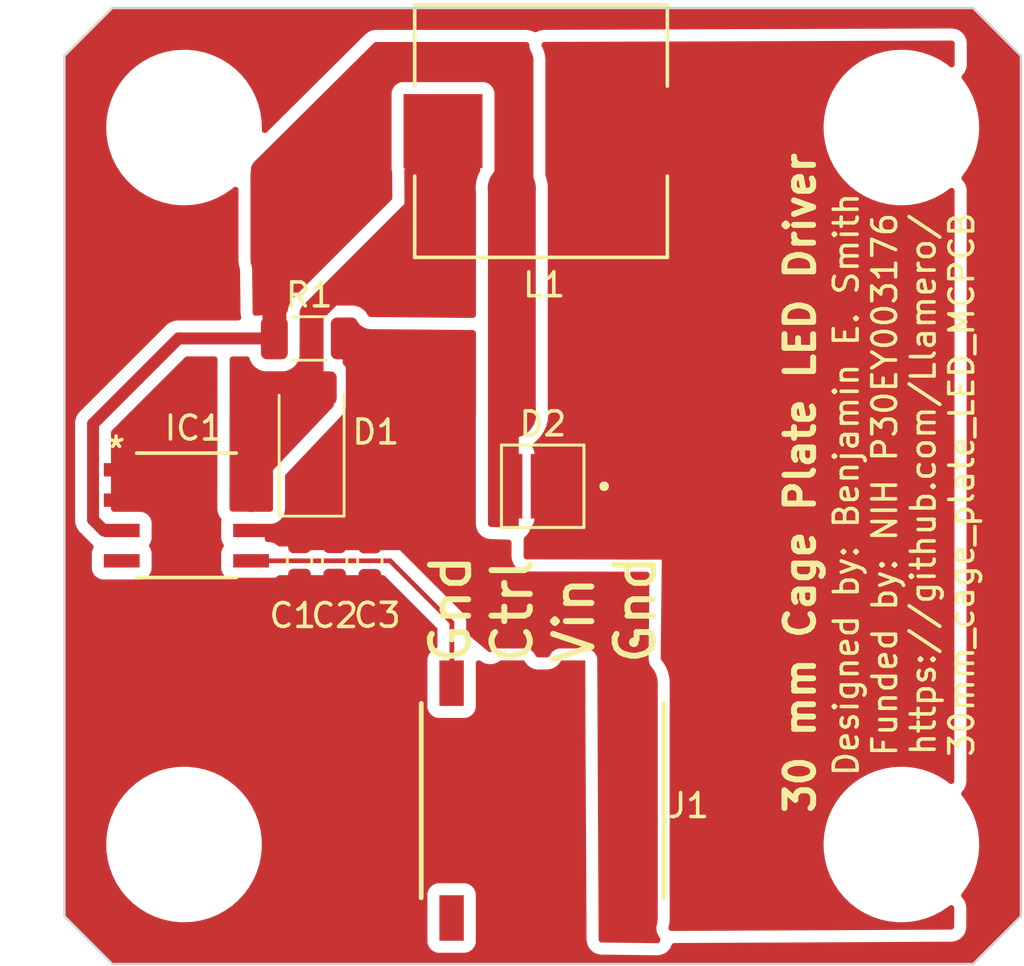
<source format=kicad_pcb>
(kicad_pcb (version 20221018) (generator pcbnew)
  (layers (0 "F.Cu" signal) (31 "B.Cu" signal) (34 "B.Paste" user) (35 "F.Paste" user) (36 "B.SilkS" user "B.Silkscreen") (37 "F.SilkS" user "F.Silkscreen") (38 "B.Mask" user) (39 "F.Mask" user) (44 "Edge.Cuts" user))
  (net 0 "")
  (net 1 "GND")
  (net 2 "/Vin")
  (net 3 "Net-(D1-A)")
  (net 5 "/PWM")
  (net 6 "Net-(IC1-SET)")
  (net 7 "Net-(D2-PadC)")
  (footprint "Resistor_SMD:R_1206_3216Metric" (layer "F.Cu") (at 110.24 73.82495)
    (fp_text reference "R1" (at 0 -1.82) (layer "F.SilkS"))
    (fp_text value "0.068")
    (fp_line (start -0.727064 -0.91) (end 0.727064 -0.91) (stroke (width 0.12)) (layer "F.SilkS"))
    (fp_line (start -0.727064 0.91) (end 0.727064 0.91) (stroke (width 0.12)) (layer "F.SilkS"))
    (pad "1" smd roundrect (at -1.4625 0) (size 1.125 1.75) (layers "F.Cu" "F.Paste" "F.Mask") (roundrect_rratio 0.2222222222) (net 6 "Net-(IC1-SET)"))
    (pad "2" smd roundrect (at 1.4625 0) (size 1.125 1.75) (layers "F.Cu" "F.Paste" "F.Mask") (roundrect_rratio 0.2222222222) (net 2 "/Vin"))
  )
  (footprint "Custom:6MM NPTH" (layer "F.Cu") (at 135 95)
    (fp_text reference "H4" (at 0 -0.5 unlocked) (layer "F.SilkS") (effects (font (thickness 0.1))))
    (fp_text value "MountingHole")
    (pad "" np_thru_hole circle (at 0 0) (size 6 6) (drill 6) (layers "F&B.Cu" "*.Mask"))
  )
  (footprint "Custom:SAMTEC_SSM-104-L-SH" (layer "F.Cu") (at 120 93.1625 180)
    (fp_text reference "J1" (at -6.1 -0.21) (layer "F.SilkS"))
    (fp_text value "Conn_01x04")
    (fp_line (start -5.08 4.065) (end -5.08 -4.065) (stroke (width 0.2)) (layer "F.SilkS"))
    (fp_line (start 5.08 4.065) (end 5.08 -4.065) (stroke (width 0.2)) (layer "F.SilkS"))
    (fp_circle (center -3.81 6.625) (end -3.71 6.625) (stroke (width 0.2)) (fill none) (layer "F.SilkS"))
    (pad "1" smd rect (at -3.81 -4.9125 180) (size 1.02 1.905) (layers "F.Cu" "F.Paste" "F.Mask") (net 2 "/Vin"))
    (pad "1" smd rect (at -3.81 4.9125 180) (size 1.02 1.905) (layers "F.Cu" "F.Paste" "F.Mask") (net 2 "/Vin"))
    (pad "2" smd rect (at -1.27 -4.9125 180) (size 1.02 1.905) (layers "F.Cu" "F.Paste" "F.Mask") (net 1 "GND"))
    (pad "2" smd rect (at -1.27 4.9125 180) (size 1.02 1.905) (layers "F.Cu" "F.Paste" "F.Mask") (net 1 "GND"))
    (pad "3" smd rect (at 1.27 -4.9125 180) (size 1.02 1.905) (layers "F.Cu" "F.Paste" "F.Mask") (net 1 "GND"))
    (pad "3" smd rect (at 1.27 4.9125 180) (size 1.02 1.905) (layers "F.Cu" "F.Paste" "F.Mask") (net 1 "GND"))
    (pad "4" smd rect (at 3.81 -4.9125 180) (size 1.02 1.905) (layers "F.Cu" "F.Paste" "F.Mask") (net 5 "/PWM"))
    (pad "4" smd rect (at 3.81 4.9125 180) (size 1.02 1.905) (layers "F.Cu" "F.Paste" "F.Mask") (net 5 "/PWM"))
  )
  (footprint "Custom:LED_SST-10-IRD-B90H-S810" (layer "F.Cu") (at 120 80.01 180)
    (fp_text reference "D2" (at -0.01 2.61) (layer "F.SilkS"))
    (fp_text value "SST-10-IRD-B90H-S810")
    (fp_line (start -1.725 -1.725) (end 1.725 -1.725) (stroke (width 0.127)) (layer "F.SilkS"))
    (fp_line (start -1.725 1.725) (end -1.725 -1.725) (stroke (width 0.127)) (layer "F.SilkS"))
    (fp_line (start 1.725 -1.725) (end 1.725 1.725) (stroke (width 0.127)) (layer "F.SilkS"))
    (fp_line (start 1.725 1.725) (end -1.725 1.725) (stroke (width 0.127)) (layer "F.SilkS"))
    (fp_circle (center -2.57 0) (end -2.47 0) (stroke (width 0.2)) (fill none) (layer "F.SilkS"))
    (pad "A" smd rect (at 1.1 0 180) (size 0.5 2.7) (layers "F.Cu" "F.Paste" "F.Mask") (net 6 "Net-(IC1-SET)"))
    (pad "C" smd rect (at -1.1 0 180) (size 0.5 2.7) (layers "F.Cu" "F.Paste" "F.Mask") (net 7 "Net-(D2-PadC)"))
    (pad "S" smd rect (at 0 0 180) (size 1 2.7) (layers "F.Cu" "F.Mask") (net 7 "Net-(D2-PadC)"))
  )
  (footprint "Capacitor_SMD:C_0603_1608Metric" (layer "F.Cu") (at 111.3 83.135 90)
    (fp_text reference "C2" (at -2.285 0) (layer "F.SilkS"))
    (fp_text value "10μF")
    (fp_line (start -0.14058 -0.51) (end 0.14058 -0.51) (stroke (width 0.12)) (layer "F.SilkS"))
    (fp_line (start -0.14058 0.51) (end 0.14058 0.51) (stroke (width 0.12)) (layer "F.SilkS"))
    (pad "1" smd roundrect (at -0.775 0 90) (size 0.9 0.95) (layers "F.Cu" "F.Paste" "F.Mask") (net 1 "GND"))
    (pad "2" smd roundrect (at 0.775 0 90) (size 0.9 0.95) (layers "F.Cu" "F.Paste" "F.Mask") (net 2 "/Vin"))
  )
  (footprint "Capacitor_SMD:C_0603_1608Metric" (layer "F.Cu") (at 112.77 83.145 90)
    (fp_text reference "C3" (at -2.265 0.31) (layer "F.SilkS"))
    (fp_text value "10μF")
    (fp_line (start -0.14058 -0.51) (end 0.14058 -0.51) (stroke (width 0.12)) (layer "F.SilkS"))
    (fp_line (start -0.14058 0.51) (end 0.14058 0.51) (stroke (width 0.12)) (layer "F.SilkS"))
    (pad "1" smd roundrect (at -0.775 0 90) (size 0.9 0.95) (layers "F.Cu" "F.Paste" "F.Mask") (net 1 "GND"))
    (pad "2" smd roundrect (at 0.775 0 90) (size 0.9 0.95) (layers "F.Cu" "F.Paste" "F.Mask") (net 2 "/Vin"))
  )
  (footprint "Custom:6MM NPTH" (layer "F.Cu") (at 105 65)
    (fp_text reference "H1" (at 0 -0.5 unlocked) (layer "F.SilkS") (effects (font (thickness 0.1))))
    (fp_text value "MountingHole")
    (pad "" np_thru_hole circle (at 0 0) (size 6 6) (drill 6) (layers "F&B.Cu" "*.Mask"))
  )
  (footprint "Custom:SO-8EP_3P9X4P95_DIO" (layer "F.Cu") (at 105.1 81.22505)
    (fp_text reference "IC1" (at 0.31 -3.65 unlocked) (layer "F.SilkS"))
    (fp_text value "AL8843QSP-13" hide)
    (fp_text user "*" (at -2.94 -2.77) (layer "F.SilkS"))
    (fp_line (start -2.0828 2.6035) (end 2.0828 2.6035) (stroke (width 0.1524)) (layer "F.SilkS"))
    (fp_line (start 2.0828 -2.6035) (end -2.0828 -2.6035) (stroke (width 0.1524)) (layer "F.SilkS"))
    (pad "1" smd rect (at -2.7051 -1.905) (size 1.4986 0.5588) (layers "F.Cu" "F.Paste" "F.Mask") (net 1 "GND"))
    (pad "2" smd rect (at -2.7051 -0.635) (size 1.4986 0.5588) (layers "F.Cu" "F.Paste" "F.Mask") (net 1 "GND"))
    (pad "3" smd rect (at -2.7051 0.635) (size 1.4986 0.5588) (layers "F.Cu" "F.Paste" "F.Mask") (net 6 "Net-(IC1-SET)"))
    (pad "4" smd rect (at -2.7051 1.905) (size 1.4986 0.5588) (layers "F.Cu" "F.Paste" "F.Mask"))
    (pad "5" smd rect (at 2.7051 1.905) (size 1.4986 0.5588) (layers "F.Cu" "F.Paste" "F.Mask") (net 5 "/PWM"))
    (pad "6" smd rect (at 2.7051 0.635) (size 1.4986 0.5588) (layers "F.Cu" "F.Paste" "F.Mask") (net 2 "/Vin"))
    (pad "7" smd rect (at 2.7051 -0.635) (size 1.4986 0.5588) (layers "F.Cu" "F.Paste" "F.Mask") (net 3 "Net-(D1-A)"))
    (pad "8" smd rect (at 2.7051 -1.905) (size 1.4986 0.5588) (layers "F.Cu" "F.Paste" "F.Mask") (net 3 "Net-(D1-A)"))
    (pad "EPAD" smd rect (at 0 0) (size 2.413 3.0734) (layers "F.Cu" "F.Mask") (net 1 "GND"))
  )
  (footprint "Capacitor_SMD:C_0603_1608Metric" (layer "F.Cu") (at 109.83 83.13505 90)
    (fp_text reference "C1" (at -2.28495 -0.28 180) (layer "F.SilkS"))
    (fp_text value "10μF")
    (fp_line (start -0.14058 -0.51) (end 0.14058 -0.51) (stroke (width 0.12)) (layer "F.SilkS"))
    (fp_line (start -0.14058 0.51) (end 0.14058 0.51) (stroke (width 0.12)) (layer "F.SilkS"))
    (pad "1" smd roundrect (at -0.775 0 90) (size 0.9 0.95) (layers "F.Cu" "F.Paste" "F.Mask") (net 1 "GND"))
    (pad "2" smd roundrect (at 0.775 0 90) (size 0.9 0.95) (layers "F.Cu" "F.Paste" "F.Mask") (net 2 "/Vin"))
  )
  (footprint "Custom:SRP1038A-220M_BRN" (layer "F.Cu") (at 119.93 65.15 180)
    (fp_text reference "L1" (at -0.13 -6.43 unlocked) (layer "F.SilkS"))
    (fp_text value "47μH")
    (fp_line (start -5.2832 -5.2832) (end -5.2832 -1.88214) (stroke (width 0.1524)) (layer "F.SilkS"))
    (fp_line (start -5.2832 1.88214) (end -5.2832 5.2832) (stroke (width 0.1524)) (layer "F.SilkS"))
    (fp_line (start -5.2832 5.2832) (end 5.2832 5.2832) (stroke (width 0.1524)) (layer "F.SilkS"))
    (fp_line (start 5.2832 -5.2832) (end -5.2832 -5.2832) (stroke (width 0.1524)) (layer "F.SilkS"))
    (fp_line (start 5.2832 -1.88214) (end 5.2832 -5.2832) (stroke (width 0.1524)) (layer "F.SilkS"))
    (fp_line (start 5.2832 5.2832) (end 5.2832 1.88214) (stroke (width 0.1524)) (layer "F.SilkS"))
    (pad "1" smd rect (at -4.098999 0 180) (size 3.302 3.0988) (layers "F.Cu" "F.Paste" "F.Mask") (net 7 "Net-(D2-PadC)"))
    (pad "2" smd rect (at 4.098999 0 180) (size 3.302 3.0988) (layers "F.Cu" "F.Paste" "F.Mask") (net 3 "Net-(D1-A)"))
  )
  (footprint "Custom:6MM NPTH" (layer "F.Cu") (at 105 95)
    (fp_text reference "H3" (at 0 -0.5 unlocked) (layer "F.SilkS") (effects (font (thickness 0.1))))
    (fp_text value "MountingHole")
    (pad "" np_thru_hole circle (at 0 0) (size 6 6) (drill 6) (layers "F&B.Cu" "*.Mask"))
  )
  (footprint "Custom:D_SOD-128" (layer "F.Cu") (at 110.3351 78.10005 90)
    (fp_text reference "D1" (at 0.36005 2.6849 180) (layer "F.SilkS"))
    (fp_text value "D_Schottky")
    (fp_line (start -3.16 -1.36) (end -3.16 1.36) (stroke (width 0.12)) (layer "F.SilkS"))
    (fp_line (start -3.16 -1.36) (end 1.9 -1.36) (stroke (width 0.12)) (layer "F.SilkS"))
    (fp_line (start -3.16 1.36) (end 1.9 1.36) (stroke (width 0.12)) (layer "F.SilkS"))
    (pad "1" smd roundrect (at -2.2 0 90) (size 1.4 2.1) (layers "F.Cu" "F.Paste" "F.Mask") (roundrect_rratio 0.1785714286) (net 2 "/Vin"))
    (pad "2" smd roundrect (at 2.2 0 90) (size 1.4 2.1) (layers "F.Cu" "F.Paste" "F.Mask") (roundrect_rratio 0.1785714286) (net 3 "Net-(D1-A)"))
  )
  (footprint "Custom:6MM NPTH" (layer "F.Cu") (at 135 65)
    (fp_text reference "H2" (at 0 -0.5 unlocked) (layer "F.SilkS") (effects (font (thickness 0.1))))
    (fp_text value "MountingHole")
    (pad "" np_thru_hole circle (at 0 0) (size 6 6) (drill 6) (layers "F&B.Cu" "*.Mask"))
  )
  (gr_line (start 102 60) (end 138 60) (stroke (width 0.1)) (layer "Edge.Cuts"))
  (gr_line (start 138 100) (end 102 100) (stroke (width 0.1)) (layer "Edge.Cuts"))
  (gr_line (start 140 62) (end 140 98) (stroke (width 0.1)) (layer "Edge.Cuts"))
  (gr_line (start 100 98) (end 100 62) (stroke (width 0.1)) (layer "Edge.Cuts"))
  (gr_line (start 102 100) (end 100 98) (stroke (width 0.1)) (layer "Edge.Cuts"))
  (gr_line (start 138 60) (end 140 62) (stroke (width 0.1)) (layer "Edge.Cuts"))
  (gr_line (start 140 98) (end 138 100) (stroke (width 0.1)) (layer "Edge.Cuts"))
  (gr_line (start 100 62) (end 102 60) (stroke (width 0.1)) (layer "Edge.Cuts"))
  (gr_text "30 mm Cage Plate LED Driver" (at 131.47 93.81 90) (layer "F.SilkS") (effects (font (size 1.2 1.2) (thickness 0.25) bold) (justify left bottom)))
  (gr_text "Designed by: Benjamin E. Smith\nFunded by: NIH P30EY003176\nhttps://github.com/Llamero/\n30mm_cage_plate_LED_MCPCB" (at 138.11 79.94 90) (layer "F.SilkS") (effects (font (size 1 1)) (justify bottom)))
  (gr_text "Gnd\nCtrl\nVin\nGnd\n" (at 124.82 87.57 90) (layer "F.SilkS") (effects (font (size 1.6 1.6) (thickness 0.25)) (justify left bottom)))
  (segment (start 118.66 88.6575) (end 118.66 88.19) (width 0.2) (layer "F.Cu") (net 1))
  (segment (start 105.1 79.63495) (end 104.7851 79.32005) (width 0.5) (layer "F.Cu") (net 1))
  (segment (start 105.1 81.22505) (end 105.1 82.76175) (width 0.5) (layer "F.Cu") (net 1))
  (segment (start 104.465 80.59005) (end 105.1 81.22505) (width 0.5) (layer "F.Cu") (net 1))
  (segment (start 104.7851 79.32005) (end 102.3949 79.32005) (width 0.5) (layer "F.Cu") (net 1))
  (segment (start 105.1 86.52) (end 105.1 81.22505) (width 1) (layer "F.Cu") (net 1))
  (segment (start 105.1 81.22505) (end 105.1 79.63495) (width 0.5) (layer "F.Cu") (net 1))
  (segment (start 118.74 88.7375) (end 118.66 88.6575) (width 0.2) (layer "F.Cu") (net 1))
  (segment (start 106.4233 84.08505) (end 109.83 84.08505) (width 0.5) (layer "F.Cu") (net 1))
  (segment (start 102.3949 80.59005) (end 104.465 80.59005) (width 0.5) (layer "F.Cu") (net 1))
  (segment (start 105.1 82.76175) (end 106.4233 84.08505) (width 0.5) (layer "F.Cu") (net 1))
  (segment (start 118.66 88.19) (end 118.257462 88.19) (width 0.2) (layer "F.Cu") (net 1))
  (segment (start 109.83 82.18505) (end 116.71505 82.18505) (width 1) (layer "F.Cu") (net 2))
  (segment (start 123.81 88.25) (end 123.81 98.075) (width 2) (layer "F.Cu") (net 2))
  (segment (start 112.265 78.37015) (end 110.3351 80.30005) (width 1) (layer "F.Cu") (net 2))
  (segment (start 107.8051 81.86005) (end 109.505 81.86005) (width 0.5) (layer "F.Cu") (net 2))
  (segment (start 109.505 81.86005) (end 109.83 82.18505) (width 0.5) (layer "F.Cu") (net 2))
  (segment (start 110.3351 80.30005) (end 110.3351 81.67995) (width 0.5) (layer "F.Cu") (net 2))
  (segment (start 111.7025 73.82495) (end 112.265 74.38745) (width 1) (layer "F.Cu") (net 2))
  (segment (start 110.3351 81.67995) (end 109.83 82.18505) (width 0.5) (layer "F.Cu") (net 2))
  (segment (start 112.265 74.38745) (end 112.265 78.37015) (width 1) (layer "F.Cu") (net 2))
  (segment (start 110.3351 76.79005) (end 107.8051 79.32005) (width 1) (layer "F.Cu") (net 3))
  (segment (start 115.831001 65.15) (end 115.831001 67.288999) (width 1) (layer "F.Cu") (net 3))
  (segment (start 110.3351 72.7849) (end 110.3351 75.90005) (width 1) (layer "F.Cu") (net 3))
  (segment (start 110.3351 75.90005) (end 110.3351 76.79005) (width 1) (layer "F.Cu") (net 3))
  (segment (start 115.831001 67.288999) (end 110.3351 72.7849) (width 1) (layer "F.Cu") (net 3))
  (segment (start 107.8051 79.32005) (end 107.8051 80.59005) (width 1) (layer "F.Cu") (net 3))
  (segment (start 107.8051 83.13005) (end 113.62005 83.13005) (width 0.2) (layer "F.Cu") (net 5))
  (segment (start 116.2 85.71) (end 116.2 88.7375) (width 0.2) (layer "F.Cu") (net 5))
  (segment (start 113.62005 83.13005) (end 116.2 85.71) (width 0.2) (layer "F.Cu") (net 5))
  (segment (start 118.71 67.55) (end 118.7 67.54) (width 2) (layer "F.Cu") (net 6))
  (segment (start 112.77 63.05) (end 112.77 62.99) (width 1.5) (layer "F.Cu") (net 6))
  (segment (start 115.56 62.2) (end 118.86 62.2) (width 1.5) (layer "F.Cu") (net 6))
  (segment (start 113.36 62.4) (end 113.56 62.2) (width 1.5) (layer "F.Cu") (net 6))
  (segment (start 104.77 73.82495) (end 108.7775 73.82495) (width 0.5) (layer "F.Cu") (net 6))
  (segment (start 118.71 76.97) (end 118.73 76.99) (width 2) (layer "F.Cu") (net 6))
  (segment (start 118.86 62.2) (end 118.86 71.5) (width 1.5) (layer "F.Cu") (net 6))
  (segment (start 101.1956 81.41005) (end 101.1956 77.39935) (width 0.5) (layer "F.Cu") (net 6))
  (segment (start 118.6157 80) (end 118.6157 77.7657) (width 0.5) (layer "F.Cu") (net 6))
  (segment (start 108.7775 73.82495) (end 108.7775 70.4925) (width 1) (layer "F.Cu") (net 6))
  (segment (start 118.6157 77.7657) (end 118.61 77.76) (width 0.5) (layer "F.Cu") (net 6))
  (segment (start 108.7775 67.0425) (end 112.77 63.05) (width 2) (layer "F.Cu") (net 6))
  (segment (start 118.71 76.97) (end 118.71 67.55) (width 2) (layer "F.Cu") (net 6))
  (segment (start 102.3949 81.86005) (end 101.6456 81.86005) (width 0.5) (layer "F.Cu") (net 6))
  (segment (start 101.6456 81.86005) (end 101.1956 81.41005) (width 0.5) (layer "F.Cu") (net 6))
  (segment (start 112.77 62.99) (end 113.36 62.4) (width 1.5) (layer "F.Cu") (net 6))
  (segment (start 101.1956 77.39935) (end 104.77 73.82495) (width 0.5) (layer "F.Cu") (net 6))
  (segment (start 108.7775 70.4925) (end 108.7775 67.0425) (width 2) (layer "F.Cu") (net 6))
  (segment (start 113.56 62.2) (end 115.56 62.2) (width 1.5) (layer "F.Cu") (net 6))
  (segment (start 121.3843 65.2843) (end 121.3843 80) (width 2) (layer "F.Cu") (net 7))
  (segment (start 120 80) (end 121.08 78.92) (width 1) (layer "F.Cu") (net 7))
  (segment (start 121.25 65.15) (end 121.3843 65.2843) (width 2) (layer "F.Cu") (net 7))
  (segment (start 124.028999 65.15) (end 121.25 65.15) (width 2) (layer "F.Cu") (net 7))
  (segment (start 121.3843 80) (end 121.3843 77.5757) (width 0.5) (layer "F.Cu") (net 7))
  (segment (start 121.3843 77.5757) (end 121.4 77.56) (width 0.5) (layer "F.Cu") (net 7))
  (zone (net 1) (net_name "GND") (layer "F.Cu") (connect_pads yes (clearance 0.5)) (min_thickness 0.25) (fill yes (thermal_gap 0.5) (thermal_bridge_width 0.5))
    (polygon (pts (xy 100.02 59.89) (xy 140 59.89) (xy 140.09 100) (xy 99.99 100.04)))
  )
  (zone (net 6) (net_name "Net-(IC1-SET)") (layer "F.Cu") (priority 5) (connect_pads yes (clearance 0.5)) (min_thickness 0.25) (fill yes (thermal_gap 0.5) (thermal_bridge_width 0.5))
    (polygon (pts (xy 119 76.96) (xy 117.71 76.93) (xy 117.71 81.71) (xy 119 81.75)))
  )
  (zone (net 3) (net_name "Net-(D1-A)") (layer "F.Cu") (priority 3) (connect_pads yes (clearance 0.5)) (min_thickness 0.25) (fill yes (thermal_gap 0.5) (thermal_bridge_width 0.5))
    (polygon (pts (xy 118.18 66.64) (xy 118.55 72.98) (xy 110.34 72.91) (xy 114.22 68.61) (xy 114.21 66.66)))
  )
  (zone (net 2) (net_name "/Vin") (layer "F.Cu") (priority 1) (connect_pads yes (clearance 0.5)) (min_thickness 0.25) (fill yes (thermal_gap 0.5) (thermal_bridge_width 0.5))
    (polygon (pts (xy 124.92 99.13) (xy 122.34 99.1) (xy 122.28 87.16) (xy 118.03 87.18) (xy 113.16 83.13) (xy 108.38 83.05) (xy 108.37 79.82) (xy 111.65 76.56) (xy 111.62 72.88) (xy 119 72.88) (xy 119.02 83.12) (xy 124.85 83.22)))
  )
  (zone (net 3) (net_name "Net-(D1-A)") (layer "F.Cu") (priority 6) (connect_pads yes (clearance 0.5)) (min_thickness 0.25) (fill yes (thermal_gap 0.5) (thermal_bridge_width 0.5))
    (polygon (pts (xy 110.3 73.89) (xy 106.91 73.89) (xy 106.9 81.07) (xy 108.72 81.08) (xy 108.72 79.34) (xy 111.32 76.6)))
  )
  (zone (net 6) (net_name "Net-(IC1-SET)") (layer "F.Cu") (priority 2) (connect_pads yes (clearance 0.5)) (min_thickness 0.25) (fill yes (thermal_gap 0.5) (thermal_bridge_width 0.5))
    (polygon (pts (xy 107.87 72.89) (xy 110.58 72.66) (xy 115.78 67.33) (xy 119.7 67.31) (xy 119.67 61.42) (xy 112.98 61.42) (xy 107.8 66.57)))
  )
  (zone (net 7) (net_name "Net-(D2-PadC)") (layer "F.Cu") (priority 4) (connect_pads yes (clearance 0.5)) (min_thickness 0.25) (fill yes (thermal_gap 0.5) (thermal_bridge_width 0.5))
    (polygon (pts (xy 119.67 61.42) (xy 137.23 61.36) (xy 137.21 98.56) (xy 124.93 98.62) (xy 124.93 87.7) (xy 124.98 83.08) (xy 119.2 83.07) (xy 119.21 81.5)))
  )
)
</source>
